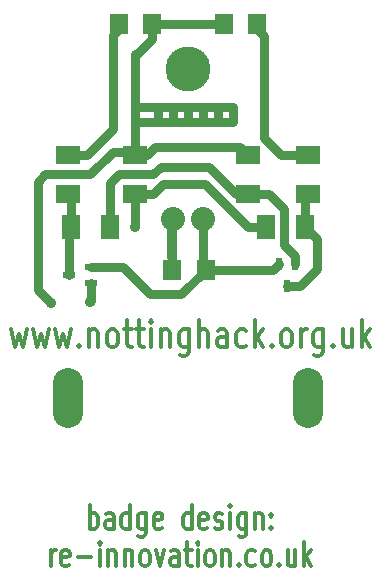
<source format=gtl>
G04 (created by PCBNEW (2013-07-07 BZR 4022)-stable) date 23/08/2014 11:16:52*
%MOIN*%
G04 Gerber Fmt 3.4, Leading zero omitted, Abs format*
%FSLAX34Y34*%
G01*
G70*
G90*
G04 APERTURE LIST*
%ADD10C,0.00590551*%
%ADD11C,0.012*%
%ADD12C,0.08*%
%ADD13O,0.1X0.2*%
%ADD14R,0.0394X0.0236*%
%ADD15R,0.0236X0.0394*%
%ADD16R,0.06X0.08*%
%ADD17R,0.08X0.06*%
%ADD18R,0.0629X0.0709*%
%ADD19C,0.15*%
%ADD20C,0.035*%
%ADD21C,0.03*%
G04 APERTURE END LIST*
G54D10*
G54D11*
X33221Y-46823D02*
X33221Y-46023D01*
X33221Y-46328D02*
X33278Y-46290D01*
X33392Y-46290D01*
X33450Y-46328D01*
X33478Y-46366D01*
X33507Y-46442D01*
X33507Y-46671D01*
X33478Y-46747D01*
X33450Y-46785D01*
X33392Y-46823D01*
X33278Y-46823D01*
X33221Y-46785D01*
X34021Y-46823D02*
X34021Y-46404D01*
X33992Y-46328D01*
X33935Y-46290D01*
X33821Y-46290D01*
X33764Y-46328D01*
X34021Y-46785D02*
X33964Y-46823D01*
X33821Y-46823D01*
X33764Y-46785D01*
X33735Y-46709D01*
X33735Y-46633D01*
X33764Y-46557D01*
X33821Y-46519D01*
X33964Y-46519D01*
X34021Y-46480D01*
X34564Y-46823D02*
X34564Y-46023D01*
X34564Y-46785D02*
X34507Y-46823D01*
X34392Y-46823D01*
X34335Y-46785D01*
X34307Y-46747D01*
X34278Y-46671D01*
X34278Y-46442D01*
X34307Y-46366D01*
X34335Y-46328D01*
X34392Y-46290D01*
X34507Y-46290D01*
X34564Y-46328D01*
X35107Y-46290D02*
X35107Y-46938D01*
X35078Y-47014D01*
X35050Y-47052D01*
X34992Y-47090D01*
X34907Y-47090D01*
X34850Y-47052D01*
X35107Y-46785D02*
X35050Y-46823D01*
X34935Y-46823D01*
X34878Y-46785D01*
X34850Y-46747D01*
X34821Y-46671D01*
X34821Y-46442D01*
X34850Y-46366D01*
X34878Y-46328D01*
X34935Y-46290D01*
X35050Y-46290D01*
X35107Y-46328D01*
X35621Y-46785D02*
X35564Y-46823D01*
X35450Y-46823D01*
X35392Y-46785D01*
X35364Y-46709D01*
X35364Y-46404D01*
X35392Y-46328D01*
X35450Y-46290D01*
X35564Y-46290D01*
X35621Y-46328D01*
X35650Y-46404D01*
X35650Y-46480D01*
X35364Y-46557D01*
X36621Y-46823D02*
X36621Y-46023D01*
X36621Y-46785D02*
X36564Y-46823D01*
X36450Y-46823D01*
X36392Y-46785D01*
X36364Y-46747D01*
X36335Y-46671D01*
X36335Y-46442D01*
X36364Y-46366D01*
X36392Y-46328D01*
X36450Y-46290D01*
X36564Y-46290D01*
X36621Y-46328D01*
X37135Y-46785D02*
X37078Y-46823D01*
X36964Y-46823D01*
X36907Y-46785D01*
X36878Y-46709D01*
X36878Y-46404D01*
X36907Y-46328D01*
X36964Y-46290D01*
X37078Y-46290D01*
X37135Y-46328D01*
X37164Y-46404D01*
X37164Y-46480D01*
X36878Y-46557D01*
X37392Y-46785D02*
X37450Y-46823D01*
X37564Y-46823D01*
X37621Y-46785D01*
X37650Y-46709D01*
X37650Y-46671D01*
X37621Y-46595D01*
X37564Y-46557D01*
X37478Y-46557D01*
X37421Y-46519D01*
X37392Y-46442D01*
X37392Y-46404D01*
X37421Y-46328D01*
X37478Y-46290D01*
X37564Y-46290D01*
X37621Y-46328D01*
X37907Y-46823D02*
X37907Y-46290D01*
X37907Y-46023D02*
X37878Y-46061D01*
X37907Y-46100D01*
X37935Y-46061D01*
X37907Y-46023D01*
X37907Y-46100D01*
X38450Y-46290D02*
X38450Y-46938D01*
X38421Y-47014D01*
X38392Y-47052D01*
X38335Y-47090D01*
X38250Y-47090D01*
X38192Y-47052D01*
X38450Y-46785D02*
X38392Y-46823D01*
X38278Y-46823D01*
X38221Y-46785D01*
X38192Y-46747D01*
X38164Y-46671D01*
X38164Y-46442D01*
X38192Y-46366D01*
X38221Y-46328D01*
X38278Y-46290D01*
X38392Y-46290D01*
X38450Y-46328D01*
X38735Y-46290D02*
X38735Y-46823D01*
X38735Y-46366D02*
X38764Y-46328D01*
X38821Y-46290D01*
X38907Y-46290D01*
X38964Y-46328D01*
X38992Y-46404D01*
X38992Y-46823D01*
X39278Y-46747D02*
X39307Y-46785D01*
X39278Y-46823D01*
X39250Y-46785D01*
X39278Y-46747D01*
X39278Y-46823D01*
X39278Y-46328D02*
X39307Y-46366D01*
X39278Y-46404D01*
X39250Y-46366D01*
X39278Y-46328D01*
X39278Y-46404D01*
X31935Y-48063D02*
X31935Y-47530D01*
X31935Y-47682D02*
X31964Y-47606D01*
X31992Y-47568D01*
X32050Y-47530D01*
X32107Y-47530D01*
X32535Y-48025D02*
X32478Y-48063D01*
X32364Y-48063D01*
X32307Y-48025D01*
X32278Y-47949D01*
X32278Y-47644D01*
X32307Y-47568D01*
X32364Y-47530D01*
X32478Y-47530D01*
X32535Y-47568D01*
X32564Y-47644D01*
X32564Y-47720D01*
X32278Y-47797D01*
X32821Y-47759D02*
X33278Y-47759D01*
X33564Y-48063D02*
X33564Y-47530D01*
X33564Y-47263D02*
X33535Y-47301D01*
X33564Y-47340D01*
X33592Y-47301D01*
X33564Y-47263D01*
X33564Y-47340D01*
X33850Y-47530D02*
X33850Y-48063D01*
X33850Y-47606D02*
X33878Y-47568D01*
X33935Y-47530D01*
X34021Y-47530D01*
X34078Y-47568D01*
X34107Y-47644D01*
X34107Y-48063D01*
X34392Y-47530D02*
X34392Y-48063D01*
X34392Y-47606D02*
X34421Y-47568D01*
X34478Y-47530D01*
X34564Y-47530D01*
X34621Y-47568D01*
X34650Y-47644D01*
X34650Y-48063D01*
X35021Y-48063D02*
X34964Y-48025D01*
X34935Y-47987D01*
X34907Y-47911D01*
X34907Y-47682D01*
X34935Y-47606D01*
X34964Y-47568D01*
X35021Y-47530D01*
X35107Y-47530D01*
X35164Y-47568D01*
X35192Y-47606D01*
X35221Y-47682D01*
X35221Y-47911D01*
X35192Y-47987D01*
X35164Y-48025D01*
X35107Y-48063D01*
X35021Y-48063D01*
X35421Y-47530D02*
X35564Y-48063D01*
X35707Y-47530D01*
X36192Y-48063D02*
X36192Y-47644D01*
X36164Y-47568D01*
X36107Y-47530D01*
X35992Y-47530D01*
X35935Y-47568D01*
X36192Y-48025D02*
X36135Y-48063D01*
X35992Y-48063D01*
X35935Y-48025D01*
X35907Y-47949D01*
X35907Y-47873D01*
X35935Y-47797D01*
X35992Y-47759D01*
X36135Y-47759D01*
X36192Y-47720D01*
X36392Y-47530D02*
X36621Y-47530D01*
X36478Y-47263D02*
X36478Y-47949D01*
X36507Y-48025D01*
X36564Y-48063D01*
X36621Y-48063D01*
X36821Y-48063D02*
X36821Y-47530D01*
X36821Y-47263D02*
X36792Y-47301D01*
X36821Y-47340D01*
X36850Y-47301D01*
X36821Y-47263D01*
X36821Y-47340D01*
X37192Y-48063D02*
X37135Y-48025D01*
X37107Y-47987D01*
X37078Y-47911D01*
X37078Y-47682D01*
X37107Y-47606D01*
X37135Y-47568D01*
X37192Y-47530D01*
X37278Y-47530D01*
X37335Y-47568D01*
X37364Y-47606D01*
X37392Y-47682D01*
X37392Y-47911D01*
X37364Y-47987D01*
X37335Y-48025D01*
X37278Y-48063D01*
X37192Y-48063D01*
X37650Y-47530D02*
X37650Y-48063D01*
X37650Y-47606D02*
X37678Y-47568D01*
X37735Y-47530D01*
X37821Y-47530D01*
X37878Y-47568D01*
X37907Y-47644D01*
X37907Y-48063D01*
X38192Y-47987D02*
X38221Y-48025D01*
X38192Y-48063D01*
X38164Y-48025D01*
X38192Y-47987D01*
X38192Y-48063D01*
X38735Y-48025D02*
X38678Y-48063D01*
X38564Y-48063D01*
X38507Y-48025D01*
X38478Y-47987D01*
X38450Y-47911D01*
X38450Y-47682D01*
X38478Y-47606D01*
X38507Y-47568D01*
X38564Y-47530D01*
X38678Y-47530D01*
X38735Y-47568D01*
X39078Y-48063D02*
X39021Y-48025D01*
X38992Y-47987D01*
X38964Y-47911D01*
X38964Y-47682D01*
X38992Y-47606D01*
X39021Y-47568D01*
X39078Y-47530D01*
X39164Y-47530D01*
X39221Y-47568D01*
X39250Y-47606D01*
X39278Y-47682D01*
X39278Y-47911D01*
X39250Y-47987D01*
X39221Y-48025D01*
X39164Y-48063D01*
X39078Y-48063D01*
X39535Y-47987D02*
X39564Y-48025D01*
X39535Y-48063D01*
X39507Y-48025D01*
X39535Y-47987D01*
X39535Y-48063D01*
X40078Y-47530D02*
X40078Y-48063D01*
X39821Y-47530D02*
X39821Y-47949D01*
X39850Y-48025D01*
X39907Y-48063D01*
X39992Y-48063D01*
X40050Y-48025D01*
X40078Y-47987D01*
X40364Y-48063D02*
X40364Y-47263D01*
X40421Y-47759D02*
X40592Y-48063D01*
X40592Y-47530D02*
X40364Y-47835D01*
X30599Y-40164D02*
X30733Y-40764D01*
X30866Y-40335D01*
X30999Y-40764D01*
X31133Y-40164D01*
X31333Y-40164D02*
X31466Y-40764D01*
X31599Y-40335D01*
X31733Y-40764D01*
X31866Y-40164D01*
X32066Y-40164D02*
X32199Y-40764D01*
X32333Y-40335D01*
X32466Y-40764D01*
X32599Y-40164D01*
X32866Y-40678D02*
X32899Y-40721D01*
X32866Y-40764D01*
X32833Y-40721D01*
X32866Y-40678D01*
X32866Y-40764D01*
X33199Y-40164D02*
X33199Y-40764D01*
X33199Y-40250D02*
X33233Y-40207D01*
X33299Y-40164D01*
X33399Y-40164D01*
X33466Y-40207D01*
X33499Y-40292D01*
X33499Y-40764D01*
X33933Y-40764D02*
X33866Y-40721D01*
X33833Y-40678D01*
X33800Y-40592D01*
X33800Y-40335D01*
X33833Y-40250D01*
X33866Y-40207D01*
X33933Y-40164D01*
X34033Y-40164D01*
X34100Y-40207D01*
X34133Y-40250D01*
X34166Y-40335D01*
X34166Y-40592D01*
X34133Y-40678D01*
X34100Y-40721D01*
X34033Y-40764D01*
X33933Y-40764D01*
X34366Y-40164D02*
X34633Y-40164D01*
X34466Y-39864D02*
X34466Y-40635D01*
X34500Y-40721D01*
X34566Y-40764D01*
X34633Y-40764D01*
X34766Y-40164D02*
X35033Y-40164D01*
X34866Y-39864D02*
X34866Y-40635D01*
X34900Y-40721D01*
X34966Y-40764D01*
X35033Y-40764D01*
X35266Y-40764D02*
X35266Y-40164D01*
X35266Y-39864D02*
X35233Y-39907D01*
X35266Y-39950D01*
X35300Y-39907D01*
X35266Y-39864D01*
X35266Y-39950D01*
X35600Y-40164D02*
X35600Y-40764D01*
X35600Y-40250D02*
X35633Y-40207D01*
X35700Y-40164D01*
X35800Y-40164D01*
X35866Y-40207D01*
X35900Y-40292D01*
X35900Y-40764D01*
X36533Y-40164D02*
X36533Y-40892D01*
X36500Y-40978D01*
X36466Y-41021D01*
X36400Y-41064D01*
X36300Y-41064D01*
X36233Y-41021D01*
X36533Y-40721D02*
X36466Y-40764D01*
X36333Y-40764D01*
X36266Y-40721D01*
X36233Y-40678D01*
X36200Y-40592D01*
X36200Y-40335D01*
X36233Y-40250D01*
X36266Y-40207D01*
X36333Y-40164D01*
X36466Y-40164D01*
X36533Y-40207D01*
X36866Y-40764D02*
X36866Y-39864D01*
X37166Y-40764D02*
X37166Y-40292D01*
X37133Y-40207D01*
X37066Y-40164D01*
X36966Y-40164D01*
X36900Y-40207D01*
X36866Y-40250D01*
X37800Y-40764D02*
X37800Y-40292D01*
X37766Y-40207D01*
X37700Y-40164D01*
X37566Y-40164D01*
X37500Y-40207D01*
X37800Y-40721D02*
X37733Y-40764D01*
X37566Y-40764D01*
X37500Y-40721D01*
X37466Y-40635D01*
X37466Y-40550D01*
X37500Y-40464D01*
X37566Y-40421D01*
X37733Y-40421D01*
X37800Y-40378D01*
X38433Y-40721D02*
X38366Y-40764D01*
X38233Y-40764D01*
X38166Y-40721D01*
X38133Y-40678D01*
X38100Y-40592D01*
X38100Y-40335D01*
X38133Y-40250D01*
X38166Y-40207D01*
X38233Y-40164D01*
X38366Y-40164D01*
X38433Y-40207D01*
X38733Y-40764D02*
X38733Y-39864D01*
X38800Y-40421D02*
X39000Y-40764D01*
X39000Y-40164D02*
X38733Y-40507D01*
X39300Y-40678D02*
X39333Y-40721D01*
X39300Y-40764D01*
X39266Y-40721D01*
X39300Y-40678D01*
X39300Y-40764D01*
X39733Y-40764D02*
X39666Y-40721D01*
X39633Y-40678D01*
X39600Y-40592D01*
X39600Y-40335D01*
X39633Y-40250D01*
X39666Y-40207D01*
X39733Y-40164D01*
X39833Y-40164D01*
X39900Y-40207D01*
X39933Y-40250D01*
X39966Y-40335D01*
X39966Y-40592D01*
X39933Y-40678D01*
X39900Y-40721D01*
X39833Y-40764D01*
X39733Y-40764D01*
X40266Y-40764D02*
X40266Y-40164D01*
X40266Y-40335D02*
X40300Y-40250D01*
X40333Y-40207D01*
X40400Y-40164D01*
X40466Y-40164D01*
X41000Y-40164D02*
X41000Y-40892D01*
X40966Y-40978D01*
X40933Y-41021D01*
X40866Y-41064D01*
X40766Y-41064D01*
X40700Y-41021D01*
X41000Y-40721D02*
X40933Y-40764D01*
X40800Y-40764D01*
X40733Y-40721D01*
X40700Y-40678D01*
X40666Y-40592D01*
X40666Y-40335D01*
X40700Y-40250D01*
X40733Y-40207D01*
X40800Y-40164D01*
X40933Y-40164D01*
X41000Y-40207D01*
X41333Y-40678D02*
X41366Y-40721D01*
X41333Y-40764D01*
X41300Y-40721D01*
X41333Y-40678D01*
X41333Y-40764D01*
X41966Y-40164D02*
X41966Y-40764D01*
X41666Y-40164D02*
X41666Y-40635D01*
X41700Y-40721D01*
X41766Y-40764D01*
X41866Y-40764D01*
X41933Y-40721D01*
X41966Y-40678D01*
X42300Y-40764D02*
X42300Y-39864D01*
X42366Y-40421D02*
X42566Y-40764D01*
X42566Y-40164D02*
X42300Y-40507D01*
G54D12*
X36000Y-36500D03*
X37000Y-36500D03*
G54D13*
X32500Y-42450D03*
X40500Y-42450D03*
G54D14*
X33274Y-38094D03*
X33274Y-38606D03*
X32526Y-38350D03*
G54D15*
X39544Y-37976D03*
X40056Y-37976D03*
X39800Y-38724D03*
G54D16*
X32600Y-36750D03*
X33900Y-36750D03*
X40400Y-36750D03*
X39100Y-36750D03*
G54D17*
X32500Y-34350D03*
X32500Y-35650D03*
X34750Y-34350D03*
X34750Y-35650D03*
X38500Y-34350D03*
X38500Y-35650D03*
X40500Y-34350D03*
X40500Y-35650D03*
G54D18*
X35981Y-38180D03*
X37099Y-38180D03*
G54D19*
X36500Y-31500D03*
G54D18*
X35309Y-30000D03*
X34191Y-30000D03*
X37691Y-30000D03*
X38809Y-30000D03*
G54D20*
X33250Y-39250D03*
X34750Y-36750D03*
X31950Y-39300D03*
G54D21*
X33274Y-38094D02*
X34344Y-38094D01*
X34344Y-38094D02*
X35250Y-39000D01*
X35250Y-39000D02*
X36279Y-39000D01*
X36279Y-39000D02*
X37099Y-38180D01*
X37099Y-38180D02*
X39340Y-38180D01*
X39340Y-38180D02*
X39544Y-37976D01*
X37000Y-36500D02*
X37000Y-38081D01*
X37000Y-38081D02*
X37099Y-38180D01*
X32526Y-38350D02*
X32526Y-36824D01*
X32526Y-36824D02*
X32600Y-36750D01*
X32600Y-35750D02*
X32500Y-35650D01*
X32600Y-36750D02*
X32600Y-35750D01*
X37075Y-35325D02*
X37750Y-36000D01*
X34750Y-36750D02*
X34750Y-35650D01*
X33274Y-38606D02*
X33274Y-39226D01*
X34750Y-35650D02*
X35350Y-35650D01*
X38250Y-36500D02*
X38500Y-36750D01*
X33274Y-39226D02*
X33250Y-39250D01*
X37750Y-36000D02*
X38250Y-36500D01*
X35350Y-35650D02*
X35675Y-35325D01*
X38500Y-36750D02*
X39100Y-36750D01*
X35675Y-35325D02*
X37075Y-35325D01*
X40226Y-38724D02*
X40800Y-38150D01*
X40400Y-35750D02*
X40500Y-35650D01*
X40400Y-36750D02*
X40400Y-35750D01*
X39800Y-38724D02*
X40226Y-38724D01*
X40800Y-37150D02*
X40400Y-36750D01*
X40800Y-38150D02*
X40800Y-37150D01*
X34191Y-30000D02*
X34191Y-30146D01*
X34191Y-30146D02*
X34000Y-30337D01*
X33150Y-34350D02*
X34000Y-33500D01*
X32500Y-34350D02*
X33150Y-34350D01*
X34000Y-30337D02*
X34337Y-30000D01*
X34000Y-33500D02*
X34000Y-30337D01*
X34750Y-34350D02*
X34750Y-33250D01*
X35941Y-37750D02*
X35941Y-36559D01*
X37000Y-33250D02*
X37500Y-33250D01*
X35981Y-36519D02*
X36000Y-36500D01*
X34750Y-31000D02*
X34800Y-31000D01*
X34750Y-33000D02*
X34750Y-32750D01*
X34750Y-33250D02*
X34750Y-33000D01*
X35309Y-30000D02*
X37691Y-30000D01*
X35309Y-30491D02*
X35309Y-30000D01*
X34800Y-31000D02*
X35309Y-30491D01*
X36000Y-33250D02*
X36000Y-32750D01*
X35981Y-37790D02*
X35941Y-37750D01*
X35941Y-36559D02*
X36000Y-36500D01*
X34750Y-33250D02*
X35500Y-33250D01*
X34750Y-32750D02*
X34750Y-31000D01*
X33250Y-35000D02*
X31750Y-35000D01*
X31500Y-38550D02*
X31500Y-37300D01*
X31750Y-35000D02*
X31500Y-35250D01*
X31500Y-35250D02*
X31500Y-37300D01*
X34000Y-34250D02*
X34650Y-34250D01*
X34650Y-34250D02*
X34750Y-34350D01*
X35981Y-38180D02*
X35981Y-36519D01*
X35981Y-38180D02*
X35981Y-37790D01*
X36500Y-33250D02*
X37000Y-33250D01*
X37000Y-33250D02*
X37000Y-32750D01*
X36500Y-33250D02*
X36500Y-32750D01*
X37500Y-33250D02*
X37500Y-32750D01*
X38000Y-32750D02*
X38000Y-33250D01*
X35981Y-36519D02*
X36000Y-36500D01*
X35500Y-33250D02*
X35500Y-32750D01*
X34750Y-32750D02*
X38000Y-32750D01*
X35500Y-33250D02*
X36000Y-33250D01*
X36000Y-33250D02*
X36500Y-33250D01*
X34750Y-34350D02*
X35150Y-34350D01*
X38250Y-34100D02*
X38500Y-34350D01*
X35400Y-34100D02*
X38250Y-34100D01*
X35150Y-34350D02*
X35400Y-34100D01*
X31500Y-38850D02*
X31500Y-38550D01*
X31950Y-39300D02*
X31500Y-38850D01*
X33250Y-35000D02*
X34000Y-34250D01*
X38000Y-33250D02*
X37500Y-33250D01*
X39600Y-34350D02*
X39050Y-33800D01*
X38809Y-30000D02*
X38809Y-30159D01*
X39050Y-30400D02*
X39050Y-33800D01*
X40500Y-34350D02*
X39600Y-34350D01*
X38809Y-30159D02*
X39050Y-30400D01*
X40056Y-37976D02*
X40056Y-37706D01*
X39200Y-35650D02*
X38500Y-35650D01*
X39700Y-36150D02*
X39200Y-35650D01*
X39700Y-37350D02*
X39700Y-36150D01*
X40056Y-37706D02*
X39700Y-37350D01*
X38100Y-35650D02*
X38500Y-35650D01*
X33900Y-36750D02*
X33900Y-35300D01*
X34200Y-35000D02*
X35350Y-35000D01*
X37200Y-34750D02*
X38100Y-35650D01*
X35600Y-34750D02*
X37200Y-34750D01*
X33900Y-35300D02*
X34200Y-35000D01*
X35350Y-35000D02*
X35600Y-34750D01*
M02*

</source>
